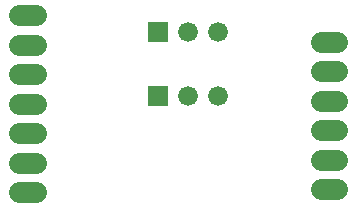
<source format=gbs>
G04 Layer: BottomSolderMaskLayer*
G04 EasyEDA v6.4.31, 2022-02-18 10:26:20*
G04 Gerber Generator version 0.2*
G04 Scale: 100 percent, Rotated: No, Reflected: No *
G04 Dimensions in millimeters *
G04 leading zeros omitted , absolute positions ,4 integer and 5 decimal *
%FSLAX45Y45*%
%MOMM*%

%ADD16C,1.8032*%
%ADD17C,1.6764*%

%LPD*%
D16*
X2965300Y-1981200D02*
G01*
X3105299Y-1981200D01*
X2965300Y-1731187D02*
G01*
X3105299Y-1731187D01*
X2965300Y-1481201D02*
G01*
X3105299Y-1481201D01*
X2965300Y-1231188D02*
G01*
X3105299Y-1231188D01*
X2965300Y-981202D02*
G01*
X3105299Y-981202D01*
X2965300Y-731189D02*
G01*
X3105299Y-731189D01*
X552599Y-508000D02*
G01*
X412600Y-508000D01*
X552599Y-758012D02*
G01*
X412600Y-758012D01*
X552599Y-1007998D02*
G01*
X412600Y-1007998D01*
X552599Y-1258011D02*
G01*
X412600Y-1258011D01*
X552599Y-1507997D02*
G01*
X412600Y-1507997D01*
X552599Y-1758010D02*
G01*
X412600Y-1758010D01*
X552599Y-2007996D02*
G01*
X412600Y-2007996D01*
D17*
G01*
X2095500Y-647700D03*
G01*
X1841500Y-647700D03*
G36*
X1503679Y-731520D02*
G01*
X1503679Y-563879D01*
X1671320Y-563879D01*
X1671320Y-731520D01*
G37*
G01*
X2095500Y-1193800D03*
G01*
X1841500Y-1193800D03*
G36*
X1503679Y-1277620D02*
G01*
X1503679Y-1109979D01*
X1671320Y-1109979D01*
X1671320Y-1277620D01*
G37*
M02*

</source>
